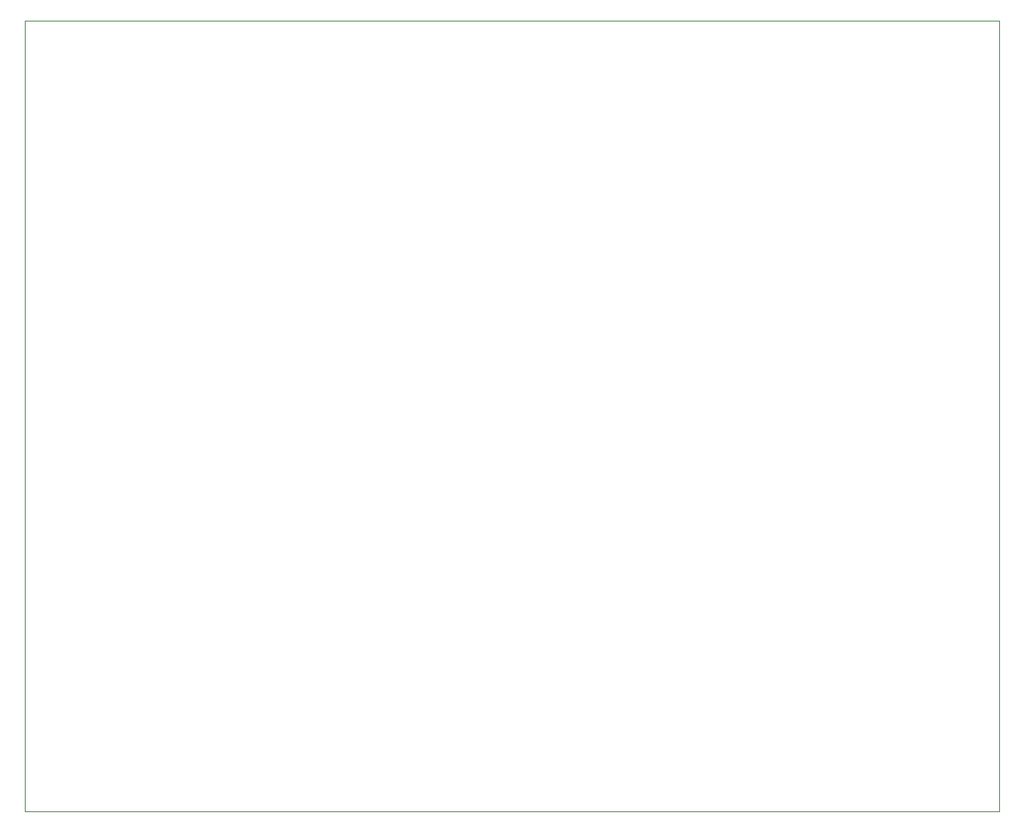
<source format=gbr>
%TF.GenerationSoftware,KiCad,Pcbnew,8.0.7*%
%TF.CreationDate,2025-01-07T22:46:36+01:00*%
%TF.ProjectId,simple-robot,73696d70-6c65-42d7-926f-626f742e6b69,rev?*%
%TF.SameCoordinates,Original*%
%TF.FileFunction,Profile,NP*%
%FSLAX46Y46*%
G04 Gerber Fmt 4.6, Leading zero omitted, Abs format (unit mm)*
G04 Created by KiCad (PCBNEW 8.0.7) date 2025-01-07 22:46:36*
%MOMM*%
%LPD*%
G01*
G04 APERTURE LIST*
%TA.AperFunction,Profile*%
%ADD10C,0.100000*%
%TD*%
G04 APERTURE END LIST*
D10*
X55000000Y-139000000D02*
X154750000Y-139000000D01*
X55000000Y-58000000D02*
X154750000Y-58000000D01*
X55000000Y-58000000D02*
X55000000Y-139000000D01*
X154750000Y-139000000D02*
X154750000Y-58000000D01*
M02*

</source>
